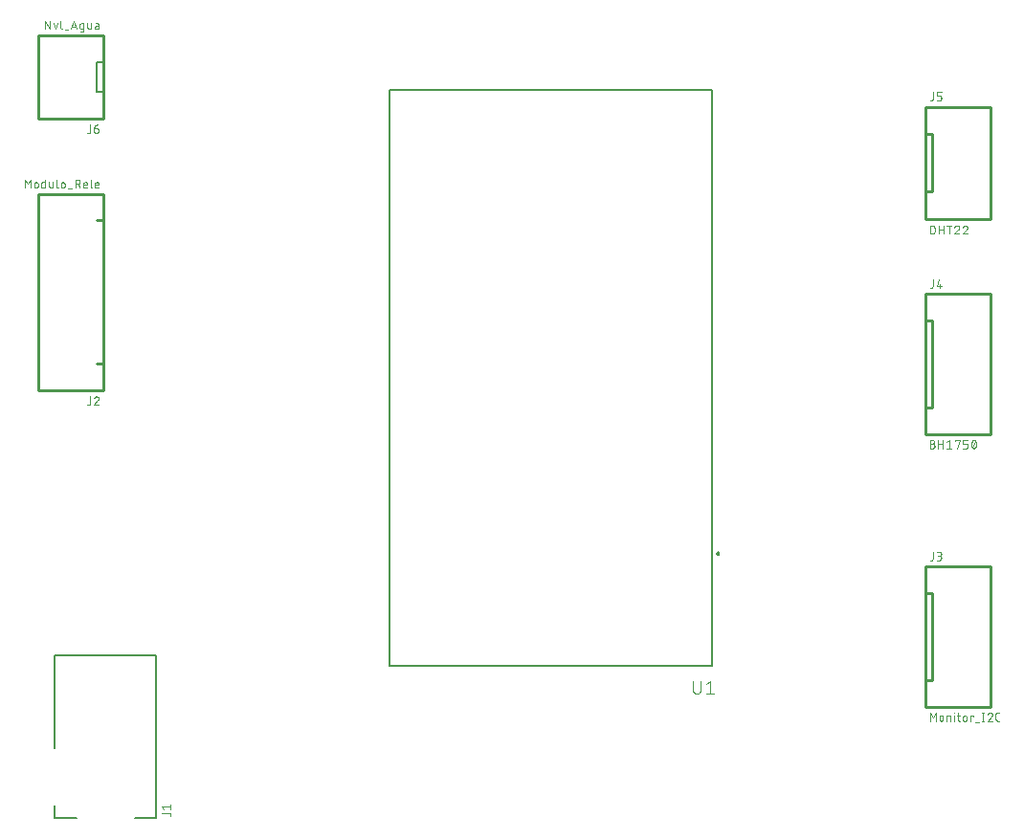
<source format=gbr>
G04 EAGLE Gerber RS-274X export*
G75*
%MOMM*%
%FSLAX34Y34*%
%LPD*%
%INSilkscreen Top*%
%IPPOS*%
%AMOC8*
5,1,8,0,0,1.08239X$1,22.5*%
G01*
%ADD10C,0.127000*%
%ADD11C,0.076200*%
%ADD12C,0.254000*%
%ADD13C,0.200000*%
%ADD14C,0.101600*%


D10*
X94700Y173600D02*
X184700Y173600D01*
X184700Y29600D01*
X94700Y29600D02*
X94700Y41100D01*
X166200Y29600D02*
X184700Y29600D01*
X94700Y92100D02*
X94700Y173600D01*
X94700Y29600D02*
X114200Y29600D01*
D11*
X190081Y34436D02*
X195810Y34436D01*
X195888Y34434D01*
X195966Y34429D01*
X196043Y34419D01*
X196120Y34406D01*
X196196Y34390D01*
X196271Y34370D01*
X196345Y34346D01*
X196418Y34319D01*
X196490Y34288D01*
X196560Y34254D01*
X196629Y34217D01*
X196695Y34176D01*
X196760Y34132D01*
X196822Y34086D01*
X196882Y34036D01*
X196940Y33984D01*
X196995Y33929D01*
X197047Y33871D01*
X197097Y33811D01*
X197143Y33749D01*
X197187Y33684D01*
X197228Y33618D01*
X197265Y33549D01*
X197299Y33479D01*
X197330Y33407D01*
X197357Y33334D01*
X197381Y33260D01*
X197401Y33185D01*
X197417Y33109D01*
X197430Y33032D01*
X197440Y32955D01*
X197445Y32877D01*
X197447Y32799D01*
X197447Y31981D01*
X191718Y37871D02*
X190081Y39917D01*
X197447Y39917D01*
X197447Y37871D02*
X197447Y41963D01*
D12*
X137875Y582300D02*
X80375Y582300D01*
X80375Y408300D01*
X137875Y408300D01*
X137875Y582300D01*
X137300Y432300D02*
X132300Y432300D01*
X132300Y559300D02*
X137300Y559300D01*
D11*
X126392Y402919D02*
X126392Y397190D01*
X126390Y397112D01*
X126385Y397034D01*
X126375Y396957D01*
X126362Y396880D01*
X126346Y396804D01*
X126326Y396729D01*
X126302Y396655D01*
X126275Y396582D01*
X126244Y396510D01*
X126210Y396440D01*
X126173Y396372D01*
X126132Y396305D01*
X126088Y396240D01*
X126042Y396178D01*
X125992Y396118D01*
X125940Y396060D01*
X125885Y396005D01*
X125827Y395953D01*
X125767Y395903D01*
X125705Y395857D01*
X125640Y395813D01*
X125574Y395772D01*
X125505Y395735D01*
X125435Y395701D01*
X125363Y395670D01*
X125290Y395643D01*
X125216Y395619D01*
X125141Y395599D01*
X125065Y395583D01*
X124988Y395570D01*
X124911Y395560D01*
X124833Y395555D01*
X124755Y395553D01*
X123937Y395553D01*
X132078Y402920D02*
X132163Y402918D01*
X132248Y402912D01*
X132332Y402902D01*
X132416Y402889D01*
X132500Y402871D01*
X132582Y402850D01*
X132663Y402825D01*
X132743Y402796D01*
X132822Y402763D01*
X132899Y402727D01*
X132974Y402687D01*
X133048Y402644D01*
X133119Y402598D01*
X133188Y402548D01*
X133255Y402495D01*
X133319Y402439D01*
X133380Y402380D01*
X133439Y402319D01*
X133495Y402255D01*
X133548Y402188D01*
X133598Y402119D01*
X133644Y402048D01*
X133687Y401974D01*
X133727Y401899D01*
X133763Y401822D01*
X133796Y401743D01*
X133825Y401663D01*
X133850Y401582D01*
X133871Y401500D01*
X133889Y401416D01*
X133902Y401332D01*
X133912Y401248D01*
X133918Y401163D01*
X133920Y401078D01*
X132078Y402919D02*
X131982Y402917D01*
X131886Y402911D01*
X131791Y402901D01*
X131696Y402888D01*
X131601Y402870D01*
X131508Y402849D01*
X131415Y402824D01*
X131324Y402795D01*
X131233Y402763D01*
X131144Y402727D01*
X131057Y402687D01*
X130971Y402644D01*
X130887Y402598D01*
X130805Y402548D01*
X130725Y402494D01*
X130648Y402438D01*
X130573Y402378D01*
X130500Y402316D01*
X130430Y402250D01*
X130362Y402182D01*
X130297Y402111D01*
X130236Y402038D01*
X130177Y401962D01*
X130121Y401883D01*
X130069Y401803D01*
X130020Y401720D01*
X129974Y401636D01*
X129932Y401550D01*
X129894Y401462D01*
X129859Y401373D01*
X129827Y401282D01*
X133305Y399646D02*
X133365Y399705D01*
X133422Y399767D01*
X133477Y399831D01*
X133528Y399898D01*
X133577Y399967D01*
X133623Y400037D01*
X133666Y400110D01*
X133706Y400184D01*
X133742Y400260D01*
X133775Y400338D01*
X133805Y400417D01*
X133832Y400497D01*
X133855Y400578D01*
X133874Y400660D01*
X133890Y400742D01*
X133903Y400826D01*
X133912Y400910D01*
X133917Y400994D01*
X133919Y401078D01*
X133305Y399645D02*
X129827Y395553D01*
X133919Y395553D01*
X68623Y587681D02*
X68623Y595047D01*
X71079Y590955D01*
X73534Y595047D01*
X73534Y587681D01*
X77001Y589318D02*
X77001Y590955D01*
X77003Y591034D01*
X77009Y591113D01*
X77018Y591192D01*
X77031Y591270D01*
X77049Y591347D01*
X77069Y591423D01*
X77094Y591498D01*
X77122Y591572D01*
X77153Y591645D01*
X77189Y591716D01*
X77227Y591785D01*
X77269Y591852D01*
X77314Y591917D01*
X77362Y591980D01*
X77413Y592041D01*
X77467Y592098D01*
X77523Y592154D01*
X77582Y592206D01*
X77644Y592256D01*
X77708Y592302D01*
X77774Y592346D01*
X77842Y592386D01*
X77912Y592422D01*
X77984Y592456D01*
X78058Y592486D01*
X78132Y592512D01*
X78208Y592535D01*
X78285Y592553D01*
X78362Y592569D01*
X78441Y592580D01*
X78519Y592588D01*
X78598Y592592D01*
X78678Y592592D01*
X78757Y592588D01*
X78835Y592580D01*
X78914Y592569D01*
X78991Y592553D01*
X79068Y592535D01*
X79144Y592512D01*
X79218Y592486D01*
X79292Y592456D01*
X79364Y592422D01*
X79434Y592386D01*
X79502Y592346D01*
X79568Y592302D01*
X79632Y592256D01*
X79694Y592206D01*
X79753Y592154D01*
X79809Y592098D01*
X79863Y592041D01*
X79914Y591980D01*
X79962Y591917D01*
X80007Y591852D01*
X80049Y591785D01*
X80087Y591716D01*
X80123Y591645D01*
X80154Y591572D01*
X80182Y591498D01*
X80207Y591423D01*
X80227Y591347D01*
X80245Y591270D01*
X80258Y591192D01*
X80267Y591113D01*
X80273Y591034D01*
X80275Y590955D01*
X80274Y590955D02*
X80274Y589318D01*
X80275Y589318D02*
X80273Y589239D01*
X80267Y589160D01*
X80258Y589081D01*
X80245Y589003D01*
X80227Y588926D01*
X80207Y588850D01*
X80182Y588775D01*
X80154Y588701D01*
X80123Y588628D01*
X80087Y588557D01*
X80049Y588488D01*
X80007Y588421D01*
X79962Y588356D01*
X79914Y588293D01*
X79863Y588232D01*
X79809Y588175D01*
X79753Y588119D01*
X79694Y588067D01*
X79632Y588017D01*
X79568Y587971D01*
X79502Y587927D01*
X79434Y587887D01*
X79364Y587851D01*
X79292Y587817D01*
X79218Y587787D01*
X79144Y587761D01*
X79068Y587738D01*
X78991Y587720D01*
X78914Y587704D01*
X78835Y587693D01*
X78757Y587685D01*
X78678Y587681D01*
X78598Y587681D01*
X78519Y587685D01*
X78441Y587693D01*
X78362Y587704D01*
X78285Y587720D01*
X78208Y587738D01*
X78132Y587761D01*
X78058Y587787D01*
X77984Y587817D01*
X77912Y587851D01*
X77842Y587887D01*
X77774Y587927D01*
X77708Y587971D01*
X77644Y588017D01*
X77582Y588067D01*
X77523Y588119D01*
X77467Y588175D01*
X77413Y588232D01*
X77362Y588293D01*
X77314Y588356D01*
X77269Y588421D01*
X77227Y588488D01*
X77189Y588557D01*
X77153Y588628D01*
X77122Y588701D01*
X77094Y588775D01*
X77069Y588850D01*
X77049Y588926D01*
X77031Y589003D01*
X77018Y589081D01*
X77009Y589160D01*
X77003Y589239D01*
X77001Y589318D01*
X86573Y587681D02*
X86573Y595047D01*
X86573Y587681D02*
X84527Y587681D01*
X84458Y587683D01*
X84390Y587689D01*
X84321Y587698D01*
X84254Y587712D01*
X84187Y587729D01*
X84121Y587750D01*
X84057Y587774D01*
X83994Y587803D01*
X83933Y587834D01*
X83874Y587869D01*
X83816Y587907D01*
X83761Y587949D01*
X83709Y587993D01*
X83659Y588041D01*
X83611Y588091D01*
X83567Y588143D01*
X83525Y588198D01*
X83487Y588256D01*
X83452Y588315D01*
X83421Y588376D01*
X83392Y588439D01*
X83368Y588503D01*
X83347Y588569D01*
X83330Y588636D01*
X83316Y588703D01*
X83307Y588772D01*
X83301Y588840D01*
X83299Y588909D01*
X83300Y588909D02*
X83300Y591364D01*
X83299Y591364D02*
X83301Y591433D01*
X83307Y591501D01*
X83316Y591570D01*
X83330Y591637D01*
X83347Y591704D01*
X83368Y591770D01*
X83392Y591834D01*
X83421Y591897D01*
X83452Y591958D01*
X83487Y592017D01*
X83525Y592075D01*
X83567Y592130D01*
X83611Y592182D01*
X83659Y592232D01*
X83709Y592280D01*
X83761Y592324D01*
X83816Y592366D01*
X83874Y592404D01*
X83933Y592439D01*
X83994Y592470D01*
X84057Y592499D01*
X84121Y592523D01*
X84187Y592544D01*
X84254Y592561D01*
X84321Y592575D01*
X84390Y592584D01*
X84458Y592590D01*
X84527Y592592D01*
X86573Y592592D01*
X90168Y592592D02*
X90168Y588909D01*
X90170Y588840D01*
X90176Y588772D01*
X90185Y588703D01*
X90199Y588636D01*
X90216Y588569D01*
X90237Y588503D01*
X90261Y588439D01*
X90290Y588376D01*
X90321Y588315D01*
X90356Y588256D01*
X90394Y588198D01*
X90436Y588143D01*
X90480Y588091D01*
X90528Y588041D01*
X90578Y587993D01*
X90630Y587949D01*
X90685Y587907D01*
X90743Y587869D01*
X90802Y587834D01*
X90863Y587803D01*
X90926Y587774D01*
X90990Y587750D01*
X91056Y587729D01*
X91123Y587712D01*
X91190Y587698D01*
X91259Y587689D01*
X91327Y587683D01*
X91396Y587681D01*
X93442Y587681D01*
X93442Y592592D01*
X96835Y595047D02*
X96835Y588909D01*
X96834Y588909D02*
X96836Y588840D01*
X96842Y588772D01*
X96851Y588703D01*
X96865Y588636D01*
X96882Y588569D01*
X96903Y588503D01*
X96927Y588439D01*
X96956Y588376D01*
X96987Y588315D01*
X97022Y588256D01*
X97060Y588198D01*
X97102Y588143D01*
X97146Y588091D01*
X97194Y588041D01*
X97244Y587993D01*
X97296Y587949D01*
X97351Y587907D01*
X97409Y587869D01*
X97468Y587834D01*
X97529Y587803D01*
X97592Y587774D01*
X97656Y587750D01*
X97722Y587729D01*
X97789Y587712D01*
X97856Y587698D01*
X97925Y587689D01*
X97993Y587683D01*
X98062Y587681D01*
X100653Y589318D02*
X100653Y590955D01*
X100655Y591034D01*
X100661Y591113D01*
X100670Y591192D01*
X100683Y591270D01*
X100701Y591347D01*
X100721Y591423D01*
X100746Y591498D01*
X100774Y591572D01*
X100805Y591645D01*
X100841Y591716D01*
X100879Y591785D01*
X100921Y591852D01*
X100966Y591917D01*
X101014Y591980D01*
X101065Y592041D01*
X101119Y592098D01*
X101175Y592154D01*
X101234Y592206D01*
X101296Y592256D01*
X101360Y592302D01*
X101426Y592346D01*
X101494Y592386D01*
X101564Y592422D01*
X101636Y592456D01*
X101710Y592486D01*
X101784Y592512D01*
X101860Y592535D01*
X101937Y592553D01*
X102014Y592569D01*
X102093Y592580D01*
X102171Y592588D01*
X102250Y592592D01*
X102330Y592592D01*
X102409Y592588D01*
X102487Y592580D01*
X102566Y592569D01*
X102643Y592553D01*
X102720Y592535D01*
X102796Y592512D01*
X102870Y592486D01*
X102944Y592456D01*
X103016Y592422D01*
X103086Y592386D01*
X103154Y592346D01*
X103220Y592302D01*
X103284Y592256D01*
X103346Y592206D01*
X103405Y592154D01*
X103461Y592098D01*
X103515Y592041D01*
X103566Y591980D01*
X103614Y591917D01*
X103659Y591852D01*
X103701Y591785D01*
X103739Y591716D01*
X103775Y591645D01*
X103806Y591572D01*
X103834Y591498D01*
X103859Y591423D01*
X103879Y591347D01*
X103897Y591270D01*
X103910Y591192D01*
X103919Y591113D01*
X103925Y591034D01*
X103927Y590955D01*
X103927Y589318D01*
X103925Y589239D01*
X103919Y589160D01*
X103910Y589081D01*
X103897Y589003D01*
X103879Y588926D01*
X103859Y588850D01*
X103834Y588775D01*
X103806Y588701D01*
X103775Y588628D01*
X103739Y588557D01*
X103701Y588488D01*
X103659Y588421D01*
X103614Y588356D01*
X103566Y588293D01*
X103515Y588232D01*
X103461Y588175D01*
X103405Y588119D01*
X103346Y588067D01*
X103284Y588017D01*
X103220Y587971D01*
X103154Y587927D01*
X103086Y587887D01*
X103016Y587851D01*
X102944Y587817D01*
X102870Y587787D01*
X102796Y587761D01*
X102720Y587738D01*
X102643Y587720D01*
X102566Y587704D01*
X102487Y587693D01*
X102409Y587685D01*
X102330Y587681D01*
X102250Y587681D01*
X102171Y587685D01*
X102093Y587693D01*
X102014Y587704D01*
X101937Y587720D01*
X101860Y587738D01*
X101784Y587761D01*
X101710Y587787D01*
X101636Y587817D01*
X101564Y587851D01*
X101494Y587887D01*
X101426Y587927D01*
X101360Y587971D01*
X101296Y588017D01*
X101234Y588067D01*
X101175Y588119D01*
X101119Y588175D01*
X101065Y588232D01*
X101014Y588293D01*
X100966Y588356D01*
X100921Y588421D01*
X100879Y588488D01*
X100841Y588557D01*
X100805Y588628D01*
X100774Y588701D01*
X100746Y588775D01*
X100721Y588850D01*
X100701Y588926D01*
X100683Y589003D01*
X100670Y589081D01*
X100661Y589160D01*
X100655Y589239D01*
X100653Y589318D01*
X106749Y586863D02*
X110023Y586863D01*
X113218Y587681D02*
X113218Y595047D01*
X115265Y595047D01*
X115354Y595045D01*
X115443Y595039D01*
X115532Y595029D01*
X115620Y595016D01*
X115708Y594999D01*
X115795Y594977D01*
X115880Y594952D01*
X115965Y594924D01*
X116048Y594891D01*
X116130Y594855D01*
X116210Y594816D01*
X116288Y594773D01*
X116364Y594727D01*
X116439Y594677D01*
X116511Y594624D01*
X116580Y594568D01*
X116647Y594509D01*
X116712Y594448D01*
X116773Y594383D01*
X116832Y594316D01*
X116888Y594247D01*
X116941Y594175D01*
X116991Y594100D01*
X117037Y594024D01*
X117080Y593946D01*
X117119Y593866D01*
X117155Y593784D01*
X117188Y593701D01*
X117216Y593616D01*
X117241Y593531D01*
X117263Y593444D01*
X117280Y593356D01*
X117293Y593268D01*
X117303Y593179D01*
X117309Y593090D01*
X117311Y593001D01*
X117309Y592912D01*
X117303Y592823D01*
X117293Y592734D01*
X117280Y592646D01*
X117263Y592558D01*
X117241Y592471D01*
X117216Y592386D01*
X117188Y592301D01*
X117155Y592218D01*
X117119Y592136D01*
X117080Y592056D01*
X117037Y591978D01*
X116991Y591902D01*
X116941Y591827D01*
X116888Y591755D01*
X116832Y591686D01*
X116773Y591619D01*
X116712Y591554D01*
X116647Y591493D01*
X116580Y591434D01*
X116511Y591378D01*
X116439Y591325D01*
X116364Y591275D01*
X116288Y591229D01*
X116210Y591186D01*
X116130Y591147D01*
X116048Y591111D01*
X115965Y591078D01*
X115880Y591050D01*
X115795Y591025D01*
X115708Y591003D01*
X115620Y590986D01*
X115532Y590973D01*
X115443Y590963D01*
X115354Y590957D01*
X115265Y590955D01*
X113218Y590955D01*
X115674Y590955D02*
X117311Y587681D01*
X121632Y587681D02*
X123678Y587681D01*
X121632Y587681D02*
X121563Y587683D01*
X121495Y587689D01*
X121426Y587698D01*
X121359Y587712D01*
X121292Y587729D01*
X121226Y587750D01*
X121162Y587774D01*
X121099Y587803D01*
X121038Y587834D01*
X120979Y587869D01*
X120921Y587907D01*
X120866Y587949D01*
X120814Y587993D01*
X120764Y588041D01*
X120716Y588091D01*
X120672Y588143D01*
X120630Y588198D01*
X120592Y588256D01*
X120557Y588315D01*
X120526Y588376D01*
X120497Y588439D01*
X120473Y588503D01*
X120452Y588569D01*
X120435Y588636D01*
X120421Y588703D01*
X120412Y588772D01*
X120406Y588840D01*
X120404Y588909D01*
X120404Y590955D01*
X120406Y591034D01*
X120412Y591113D01*
X120421Y591192D01*
X120434Y591270D01*
X120452Y591347D01*
X120472Y591423D01*
X120497Y591498D01*
X120525Y591572D01*
X120556Y591645D01*
X120592Y591716D01*
X120630Y591785D01*
X120672Y591852D01*
X120717Y591917D01*
X120765Y591980D01*
X120816Y592041D01*
X120870Y592098D01*
X120926Y592154D01*
X120985Y592206D01*
X121047Y592256D01*
X121111Y592302D01*
X121177Y592346D01*
X121245Y592386D01*
X121315Y592422D01*
X121387Y592456D01*
X121461Y592486D01*
X121535Y592512D01*
X121611Y592535D01*
X121688Y592553D01*
X121765Y592569D01*
X121844Y592580D01*
X121922Y592588D01*
X122001Y592592D01*
X122081Y592592D01*
X122160Y592588D01*
X122238Y592580D01*
X122317Y592569D01*
X122394Y592553D01*
X122471Y592535D01*
X122547Y592512D01*
X122621Y592486D01*
X122695Y592456D01*
X122767Y592422D01*
X122837Y592386D01*
X122905Y592346D01*
X122971Y592302D01*
X123035Y592256D01*
X123097Y592206D01*
X123156Y592154D01*
X123212Y592098D01*
X123266Y592041D01*
X123317Y591980D01*
X123365Y591917D01*
X123410Y591852D01*
X123452Y591785D01*
X123490Y591716D01*
X123526Y591645D01*
X123557Y591572D01*
X123585Y591498D01*
X123610Y591423D01*
X123630Y591347D01*
X123648Y591270D01*
X123661Y591192D01*
X123670Y591113D01*
X123676Y591034D01*
X123678Y590955D01*
X123678Y590136D01*
X120404Y590136D01*
X126827Y588909D02*
X126827Y595047D01*
X126827Y588909D02*
X126829Y588840D01*
X126835Y588772D01*
X126844Y588703D01*
X126858Y588636D01*
X126875Y588569D01*
X126896Y588503D01*
X126920Y588439D01*
X126949Y588376D01*
X126980Y588315D01*
X127015Y588256D01*
X127053Y588198D01*
X127095Y588143D01*
X127139Y588091D01*
X127187Y588041D01*
X127237Y587993D01*
X127289Y587949D01*
X127344Y587907D01*
X127402Y587869D01*
X127461Y587834D01*
X127522Y587803D01*
X127585Y587774D01*
X127649Y587750D01*
X127715Y587729D01*
X127782Y587712D01*
X127849Y587698D01*
X127918Y587689D01*
X127986Y587683D01*
X128055Y587681D01*
X131873Y587681D02*
X133919Y587681D01*
X131873Y587681D02*
X131804Y587683D01*
X131736Y587689D01*
X131667Y587698D01*
X131600Y587712D01*
X131533Y587729D01*
X131467Y587750D01*
X131403Y587774D01*
X131340Y587803D01*
X131279Y587834D01*
X131220Y587869D01*
X131162Y587907D01*
X131107Y587949D01*
X131055Y587993D01*
X131005Y588041D01*
X130957Y588091D01*
X130913Y588143D01*
X130871Y588198D01*
X130833Y588256D01*
X130798Y588315D01*
X130767Y588376D01*
X130738Y588439D01*
X130714Y588503D01*
X130693Y588569D01*
X130676Y588636D01*
X130662Y588703D01*
X130653Y588772D01*
X130647Y588840D01*
X130645Y588909D01*
X130645Y590955D01*
X130647Y591034D01*
X130653Y591113D01*
X130662Y591192D01*
X130675Y591270D01*
X130693Y591347D01*
X130713Y591423D01*
X130738Y591498D01*
X130766Y591572D01*
X130797Y591645D01*
X130833Y591716D01*
X130871Y591785D01*
X130913Y591852D01*
X130958Y591917D01*
X131006Y591980D01*
X131057Y592041D01*
X131111Y592098D01*
X131167Y592154D01*
X131226Y592206D01*
X131288Y592256D01*
X131352Y592302D01*
X131418Y592346D01*
X131486Y592386D01*
X131556Y592422D01*
X131628Y592456D01*
X131702Y592486D01*
X131776Y592512D01*
X131852Y592535D01*
X131929Y592553D01*
X132006Y592569D01*
X132085Y592580D01*
X132163Y592588D01*
X132242Y592592D01*
X132322Y592592D01*
X132401Y592588D01*
X132479Y592580D01*
X132558Y592569D01*
X132635Y592553D01*
X132712Y592535D01*
X132788Y592512D01*
X132862Y592486D01*
X132936Y592456D01*
X133008Y592422D01*
X133078Y592386D01*
X133146Y592346D01*
X133212Y592302D01*
X133276Y592256D01*
X133338Y592206D01*
X133397Y592154D01*
X133453Y592098D01*
X133507Y592041D01*
X133558Y591980D01*
X133606Y591917D01*
X133651Y591852D01*
X133693Y591785D01*
X133731Y591716D01*
X133767Y591645D01*
X133798Y591572D01*
X133826Y591498D01*
X133851Y591423D01*
X133871Y591347D01*
X133889Y591270D01*
X133902Y591192D01*
X133911Y591113D01*
X133917Y591034D01*
X133919Y590955D01*
X133919Y590136D01*
X130645Y590136D01*
D12*
X865425Y128500D02*
X922925Y128500D01*
X922925Y252500D01*
X865425Y252500D01*
X865425Y128500D01*
X866000Y228500D02*
X871000Y228500D01*
X871000Y151500D02*
X866000Y151500D01*
X871000Y151500D02*
X871000Y228500D01*
D11*
X871836Y259518D02*
X871836Y265247D01*
X871836Y259518D02*
X871834Y259440D01*
X871829Y259362D01*
X871819Y259285D01*
X871806Y259208D01*
X871790Y259132D01*
X871770Y259057D01*
X871746Y258983D01*
X871719Y258910D01*
X871688Y258838D01*
X871654Y258768D01*
X871617Y258700D01*
X871576Y258633D01*
X871532Y258568D01*
X871486Y258506D01*
X871436Y258446D01*
X871384Y258388D01*
X871329Y258333D01*
X871271Y258281D01*
X871211Y258231D01*
X871149Y258185D01*
X871084Y258141D01*
X871018Y258100D01*
X870949Y258063D01*
X870879Y258029D01*
X870807Y257998D01*
X870734Y257971D01*
X870660Y257947D01*
X870585Y257927D01*
X870509Y257911D01*
X870432Y257898D01*
X870355Y257888D01*
X870277Y257883D01*
X870199Y257881D01*
X869381Y257881D01*
X875271Y257881D02*
X877317Y257881D01*
X877406Y257883D01*
X877495Y257889D01*
X877584Y257899D01*
X877672Y257912D01*
X877760Y257929D01*
X877847Y257951D01*
X877932Y257976D01*
X878017Y258004D01*
X878100Y258037D01*
X878182Y258073D01*
X878262Y258112D01*
X878340Y258155D01*
X878416Y258201D01*
X878491Y258251D01*
X878563Y258304D01*
X878632Y258360D01*
X878699Y258419D01*
X878764Y258480D01*
X878825Y258545D01*
X878884Y258612D01*
X878940Y258681D01*
X878993Y258753D01*
X879043Y258828D01*
X879089Y258904D01*
X879132Y258982D01*
X879171Y259062D01*
X879207Y259144D01*
X879240Y259227D01*
X879268Y259312D01*
X879293Y259397D01*
X879315Y259484D01*
X879332Y259572D01*
X879345Y259660D01*
X879355Y259749D01*
X879361Y259838D01*
X879363Y259927D01*
X879361Y260016D01*
X879355Y260105D01*
X879345Y260194D01*
X879332Y260282D01*
X879315Y260370D01*
X879293Y260457D01*
X879268Y260542D01*
X879240Y260627D01*
X879207Y260710D01*
X879171Y260792D01*
X879132Y260872D01*
X879089Y260950D01*
X879043Y261026D01*
X878993Y261101D01*
X878940Y261173D01*
X878884Y261242D01*
X878825Y261309D01*
X878764Y261374D01*
X878699Y261435D01*
X878632Y261494D01*
X878563Y261550D01*
X878491Y261603D01*
X878416Y261653D01*
X878340Y261699D01*
X878262Y261742D01*
X878182Y261781D01*
X878100Y261817D01*
X878017Y261850D01*
X877932Y261878D01*
X877847Y261903D01*
X877760Y261925D01*
X877672Y261942D01*
X877584Y261955D01*
X877495Y261965D01*
X877406Y261971D01*
X877317Y261973D01*
X877726Y265247D02*
X875271Y265247D01*
X877726Y265247D02*
X877805Y265245D01*
X877884Y265239D01*
X877963Y265230D01*
X878041Y265217D01*
X878118Y265199D01*
X878194Y265179D01*
X878269Y265154D01*
X878343Y265126D01*
X878416Y265095D01*
X878487Y265059D01*
X878556Y265021D01*
X878623Y264979D01*
X878688Y264934D01*
X878751Y264886D01*
X878812Y264835D01*
X878869Y264781D01*
X878925Y264725D01*
X878977Y264666D01*
X879027Y264604D01*
X879073Y264540D01*
X879117Y264474D01*
X879157Y264406D01*
X879193Y264336D01*
X879227Y264264D01*
X879257Y264190D01*
X879283Y264116D01*
X879306Y264040D01*
X879324Y263963D01*
X879340Y263886D01*
X879351Y263807D01*
X879359Y263729D01*
X879363Y263650D01*
X879363Y263570D01*
X879359Y263491D01*
X879351Y263413D01*
X879340Y263334D01*
X879324Y263257D01*
X879306Y263180D01*
X879283Y263104D01*
X879257Y263030D01*
X879227Y262956D01*
X879193Y262884D01*
X879157Y262814D01*
X879117Y262746D01*
X879073Y262680D01*
X879027Y262616D01*
X878977Y262554D01*
X878925Y262495D01*
X878869Y262439D01*
X878812Y262385D01*
X878751Y262334D01*
X878688Y262286D01*
X878623Y262241D01*
X878556Y262199D01*
X878487Y262161D01*
X878416Y262125D01*
X878343Y262094D01*
X878269Y262066D01*
X878194Y262041D01*
X878118Y262021D01*
X878041Y262003D01*
X877963Y261990D01*
X877884Y261981D01*
X877805Y261975D01*
X877726Y261973D01*
X876089Y261973D01*
X869381Y123119D02*
X869381Y115753D01*
X871836Y119027D02*
X869381Y123119D01*
X871836Y119027D02*
X874292Y123119D01*
X874292Y115753D01*
X877758Y117390D02*
X877758Y119027D01*
X877760Y119106D01*
X877766Y119185D01*
X877775Y119264D01*
X877788Y119342D01*
X877806Y119419D01*
X877826Y119495D01*
X877851Y119570D01*
X877879Y119644D01*
X877910Y119717D01*
X877946Y119788D01*
X877984Y119857D01*
X878026Y119924D01*
X878071Y119989D01*
X878119Y120052D01*
X878170Y120113D01*
X878224Y120170D01*
X878280Y120226D01*
X878339Y120278D01*
X878401Y120328D01*
X878465Y120374D01*
X878531Y120418D01*
X878599Y120458D01*
X878669Y120494D01*
X878741Y120528D01*
X878815Y120558D01*
X878889Y120584D01*
X878965Y120607D01*
X879042Y120625D01*
X879119Y120641D01*
X879198Y120652D01*
X879276Y120660D01*
X879355Y120664D01*
X879435Y120664D01*
X879514Y120660D01*
X879592Y120652D01*
X879671Y120641D01*
X879748Y120625D01*
X879825Y120607D01*
X879901Y120584D01*
X879975Y120558D01*
X880049Y120528D01*
X880121Y120494D01*
X880191Y120458D01*
X880259Y120418D01*
X880325Y120374D01*
X880389Y120328D01*
X880451Y120278D01*
X880510Y120226D01*
X880566Y120170D01*
X880620Y120113D01*
X880671Y120052D01*
X880719Y119989D01*
X880764Y119924D01*
X880806Y119857D01*
X880844Y119788D01*
X880880Y119717D01*
X880911Y119644D01*
X880939Y119570D01*
X880964Y119495D01*
X880984Y119419D01*
X881002Y119342D01*
X881015Y119264D01*
X881024Y119185D01*
X881030Y119106D01*
X881032Y119027D01*
X881032Y117390D01*
X881030Y117311D01*
X881024Y117232D01*
X881015Y117153D01*
X881002Y117075D01*
X880984Y116998D01*
X880964Y116922D01*
X880939Y116847D01*
X880911Y116773D01*
X880880Y116700D01*
X880844Y116629D01*
X880806Y116560D01*
X880764Y116493D01*
X880719Y116428D01*
X880671Y116365D01*
X880620Y116304D01*
X880566Y116247D01*
X880510Y116191D01*
X880451Y116139D01*
X880389Y116089D01*
X880325Y116043D01*
X880259Y115999D01*
X880191Y115959D01*
X880121Y115923D01*
X880049Y115889D01*
X879975Y115859D01*
X879901Y115833D01*
X879825Y115810D01*
X879748Y115792D01*
X879671Y115776D01*
X879592Y115765D01*
X879514Y115757D01*
X879435Y115753D01*
X879355Y115753D01*
X879276Y115757D01*
X879198Y115765D01*
X879119Y115776D01*
X879042Y115792D01*
X878965Y115810D01*
X878889Y115833D01*
X878815Y115859D01*
X878741Y115889D01*
X878669Y115923D01*
X878599Y115959D01*
X878531Y115999D01*
X878465Y116043D01*
X878401Y116089D01*
X878339Y116139D01*
X878280Y116191D01*
X878224Y116247D01*
X878170Y116304D01*
X878119Y116365D01*
X878071Y116428D01*
X878026Y116493D01*
X877984Y116560D01*
X877946Y116629D01*
X877910Y116700D01*
X877879Y116773D01*
X877851Y116847D01*
X877826Y116922D01*
X877806Y116998D01*
X877788Y117075D01*
X877775Y117153D01*
X877766Y117232D01*
X877760Y117311D01*
X877758Y117390D01*
X884342Y115753D02*
X884342Y120664D01*
X886388Y120664D01*
X886457Y120662D01*
X886525Y120656D01*
X886594Y120647D01*
X886661Y120633D01*
X886728Y120616D01*
X886794Y120595D01*
X886858Y120571D01*
X886921Y120542D01*
X886982Y120511D01*
X887041Y120476D01*
X887099Y120438D01*
X887154Y120396D01*
X887206Y120352D01*
X887256Y120304D01*
X887304Y120254D01*
X887348Y120202D01*
X887390Y120147D01*
X887428Y120089D01*
X887463Y120030D01*
X887494Y119969D01*
X887523Y119906D01*
X887547Y119842D01*
X887568Y119776D01*
X887585Y119709D01*
X887599Y119642D01*
X887608Y119573D01*
X887614Y119505D01*
X887616Y119436D01*
X887616Y115753D01*
X890856Y115753D02*
X890856Y120664D01*
X890651Y122710D02*
X890651Y123119D01*
X891060Y123119D01*
X891060Y122710D01*
X890651Y122710D01*
X893221Y120664D02*
X895677Y120664D01*
X894040Y123119D02*
X894040Y116981D01*
X894042Y116912D01*
X894048Y116844D01*
X894057Y116775D01*
X894071Y116708D01*
X894088Y116641D01*
X894109Y116575D01*
X894133Y116511D01*
X894162Y116448D01*
X894193Y116387D01*
X894228Y116328D01*
X894266Y116270D01*
X894308Y116215D01*
X894352Y116163D01*
X894400Y116113D01*
X894450Y116065D01*
X894502Y116021D01*
X894557Y115979D01*
X894615Y115941D01*
X894674Y115906D01*
X894735Y115875D01*
X894798Y115846D01*
X894862Y115822D01*
X894928Y115801D01*
X894995Y115784D01*
X895062Y115770D01*
X895131Y115761D01*
X895199Y115755D01*
X895268Y115753D01*
X895677Y115753D01*
X898485Y117390D02*
X898485Y119027D01*
X898487Y119106D01*
X898493Y119185D01*
X898502Y119264D01*
X898515Y119342D01*
X898533Y119419D01*
X898553Y119495D01*
X898578Y119570D01*
X898606Y119644D01*
X898637Y119717D01*
X898673Y119788D01*
X898711Y119857D01*
X898753Y119924D01*
X898798Y119989D01*
X898846Y120052D01*
X898897Y120113D01*
X898951Y120170D01*
X899007Y120226D01*
X899066Y120278D01*
X899128Y120328D01*
X899192Y120374D01*
X899258Y120418D01*
X899326Y120458D01*
X899396Y120494D01*
X899468Y120528D01*
X899542Y120558D01*
X899616Y120584D01*
X899692Y120607D01*
X899769Y120625D01*
X899846Y120641D01*
X899925Y120652D01*
X900003Y120660D01*
X900082Y120664D01*
X900162Y120664D01*
X900241Y120660D01*
X900319Y120652D01*
X900398Y120641D01*
X900475Y120625D01*
X900552Y120607D01*
X900628Y120584D01*
X900702Y120558D01*
X900776Y120528D01*
X900848Y120494D01*
X900918Y120458D01*
X900986Y120418D01*
X901052Y120374D01*
X901116Y120328D01*
X901178Y120278D01*
X901237Y120226D01*
X901293Y120170D01*
X901347Y120113D01*
X901398Y120052D01*
X901446Y119989D01*
X901491Y119924D01*
X901533Y119857D01*
X901571Y119788D01*
X901607Y119717D01*
X901638Y119644D01*
X901666Y119570D01*
X901691Y119495D01*
X901711Y119419D01*
X901729Y119342D01*
X901742Y119264D01*
X901751Y119185D01*
X901757Y119106D01*
X901759Y119027D01*
X901758Y119027D02*
X901758Y117390D01*
X901759Y117390D02*
X901757Y117311D01*
X901751Y117232D01*
X901742Y117153D01*
X901729Y117075D01*
X901711Y116998D01*
X901691Y116922D01*
X901666Y116847D01*
X901638Y116773D01*
X901607Y116700D01*
X901571Y116629D01*
X901533Y116560D01*
X901491Y116493D01*
X901446Y116428D01*
X901398Y116365D01*
X901347Y116304D01*
X901293Y116247D01*
X901237Y116191D01*
X901178Y116139D01*
X901116Y116089D01*
X901052Y116043D01*
X900986Y115999D01*
X900918Y115959D01*
X900848Y115923D01*
X900776Y115889D01*
X900702Y115859D01*
X900628Y115833D01*
X900552Y115810D01*
X900475Y115792D01*
X900398Y115776D01*
X900319Y115765D01*
X900241Y115757D01*
X900162Y115753D01*
X900082Y115753D01*
X900003Y115757D01*
X899925Y115765D01*
X899846Y115776D01*
X899769Y115792D01*
X899692Y115810D01*
X899616Y115833D01*
X899542Y115859D01*
X899468Y115889D01*
X899396Y115923D01*
X899326Y115959D01*
X899258Y115999D01*
X899192Y116043D01*
X899128Y116089D01*
X899066Y116139D01*
X899007Y116191D01*
X898951Y116247D01*
X898897Y116304D01*
X898846Y116365D01*
X898798Y116428D01*
X898753Y116493D01*
X898711Y116560D01*
X898673Y116629D01*
X898637Y116700D01*
X898606Y116773D01*
X898578Y116847D01*
X898553Y116922D01*
X898533Y116998D01*
X898515Y117075D01*
X898502Y117153D01*
X898493Y117232D01*
X898487Y117311D01*
X898485Y117390D01*
X905115Y115753D02*
X905115Y120664D01*
X907570Y120664D01*
X907570Y119845D01*
X909701Y114935D02*
X912975Y114935D01*
X916459Y115753D02*
X916459Y123119D01*
X915640Y115753D02*
X917277Y115753D01*
X917277Y123119D02*
X915640Y123119D01*
X922516Y123120D02*
X922601Y123118D01*
X922686Y123112D01*
X922770Y123102D01*
X922854Y123089D01*
X922938Y123071D01*
X923020Y123050D01*
X923101Y123025D01*
X923181Y122996D01*
X923260Y122963D01*
X923337Y122927D01*
X923412Y122887D01*
X923486Y122844D01*
X923557Y122798D01*
X923626Y122748D01*
X923693Y122695D01*
X923757Y122639D01*
X923818Y122580D01*
X923877Y122519D01*
X923933Y122455D01*
X923986Y122388D01*
X924036Y122319D01*
X924082Y122248D01*
X924125Y122174D01*
X924165Y122099D01*
X924201Y122022D01*
X924234Y121943D01*
X924263Y121863D01*
X924288Y121782D01*
X924309Y121700D01*
X924327Y121616D01*
X924340Y121532D01*
X924350Y121448D01*
X924356Y121363D01*
X924358Y121278D01*
X922516Y123119D02*
X922420Y123117D01*
X922324Y123111D01*
X922229Y123101D01*
X922134Y123088D01*
X922039Y123070D01*
X921946Y123049D01*
X921853Y123024D01*
X921762Y122995D01*
X921671Y122963D01*
X921582Y122927D01*
X921495Y122887D01*
X921409Y122844D01*
X921325Y122798D01*
X921243Y122748D01*
X921163Y122694D01*
X921086Y122638D01*
X921011Y122578D01*
X920938Y122516D01*
X920868Y122450D01*
X920800Y122382D01*
X920735Y122311D01*
X920674Y122238D01*
X920615Y122162D01*
X920559Y122083D01*
X920507Y122003D01*
X920458Y121920D01*
X920412Y121836D01*
X920370Y121750D01*
X920332Y121662D01*
X920297Y121573D01*
X920265Y121482D01*
X923743Y119846D02*
X923803Y119905D01*
X923860Y119967D01*
X923915Y120031D01*
X923966Y120098D01*
X924015Y120167D01*
X924061Y120237D01*
X924104Y120310D01*
X924144Y120384D01*
X924180Y120460D01*
X924213Y120538D01*
X924243Y120617D01*
X924270Y120697D01*
X924293Y120778D01*
X924312Y120860D01*
X924328Y120942D01*
X924341Y121026D01*
X924350Y121110D01*
X924355Y121194D01*
X924357Y121278D01*
X923743Y119845D02*
X920265Y115753D01*
X924357Y115753D01*
X929194Y115753D02*
X930831Y115753D01*
X929194Y115753D02*
X929116Y115755D01*
X929038Y115760D01*
X928961Y115770D01*
X928884Y115783D01*
X928808Y115799D01*
X928733Y115819D01*
X928659Y115843D01*
X928586Y115870D01*
X928514Y115901D01*
X928444Y115935D01*
X928376Y115972D01*
X928309Y116013D01*
X928244Y116057D01*
X928182Y116103D01*
X928122Y116153D01*
X928064Y116205D01*
X928009Y116260D01*
X927957Y116318D01*
X927907Y116378D01*
X927861Y116440D01*
X927817Y116505D01*
X927776Y116572D01*
X927739Y116640D01*
X927705Y116710D01*
X927674Y116782D01*
X927647Y116855D01*
X927623Y116929D01*
X927603Y117004D01*
X927587Y117080D01*
X927574Y117157D01*
X927564Y117234D01*
X927559Y117312D01*
X927557Y117390D01*
X927557Y121482D01*
X927559Y121562D01*
X927565Y121642D01*
X927575Y121722D01*
X927588Y121801D01*
X927606Y121880D01*
X927627Y121957D01*
X927653Y122033D01*
X927682Y122108D01*
X927714Y122182D01*
X927750Y122254D01*
X927790Y122324D01*
X927833Y122391D01*
X927879Y122457D01*
X927929Y122520D01*
X927981Y122581D01*
X928036Y122640D01*
X928095Y122695D01*
X928155Y122747D01*
X928219Y122797D01*
X928285Y122843D01*
X928352Y122886D01*
X928422Y122926D01*
X928494Y122962D01*
X928568Y122994D01*
X928642Y123023D01*
X928719Y123049D01*
X928796Y123070D01*
X928875Y123088D01*
X928954Y123101D01*
X929034Y123111D01*
X929114Y123117D01*
X929194Y123119D01*
X930831Y123119D01*
D12*
X922925Y369800D02*
X865425Y369800D01*
X922925Y369800D02*
X922925Y493800D01*
X865425Y493800D01*
X865425Y369800D01*
X866000Y469800D02*
X871000Y469800D01*
X871000Y392800D02*
X866000Y392800D01*
X871000Y392800D02*
X871000Y469800D01*
D11*
X871836Y500818D02*
X871836Y506547D01*
X871836Y500818D02*
X871834Y500740D01*
X871829Y500662D01*
X871819Y500585D01*
X871806Y500508D01*
X871790Y500432D01*
X871770Y500357D01*
X871746Y500283D01*
X871719Y500210D01*
X871688Y500138D01*
X871654Y500068D01*
X871617Y500000D01*
X871576Y499933D01*
X871532Y499868D01*
X871486Y499806D01*
X871436Y499746D01*
X871384Y499688D01*
X871329Y499633D01*
X871271Y499581D01*
X871211Y499531D01*
X871149Y499485D01*
X871084Y499441D01*
X871018Y499400D01*
X870949Y499363D01*
X870879Y499329D01*
X870807Y499298D01*
X870734Y499271D01*
X870660Y499247D01*
X870585Y499227D01*
X870509Y499211D01*
X870432Y499198D01*
X870355Y499188D01*
X870277Y499183D01*
X870199Y499181D01*
X869381Y499181D01*
X875271Y500818D02*
X876908Y506547D01*
X875271Y500818D02*
X879363Y500818D01*
X878135Y502455D02*
X878135Y499181D01*
X871427Y361145D02*
X869381Y361145D01*
X871427Y361145D02*
X871516Y361143D01*
X871605Y361137D01*
X871694Y361127D01*
X871782Y361114D01*
X871870Y361097D01*
X871957Y361075D01*
X872042Y361050D01*
X872127Y361022D01*
X872210Y360989D01*
X872292Y360953D01*
X872372Y360914D01*
X872450Y360871D01*
X872526Y360825D01*
X872601Y360775D01*
X872673Y360722D01*
X872742Y360666D01*
X872809Y360607D01*
X872874Y360546D01*
X872935Y360481D01*
X872994Y360414D01*
X873050Y360345D01*
X873103Y360273D01*
X873153Y360198D01*
X873199Y360122D01*
X873242Y360044D01*
X873281Y359964D01*
X873317Y359882D01*
X873350Y359799D01*
X873378Y359714D01*
X873403Y359629D01*
X873425Y359542D01*
X873442Y359454D01*
X873455Y359366D01*
X873465Y359277D01*
X873471Y359188D01*
X873473Y359099D01*
X873471Y359010D01*
X873465Y358921D01*
X873455Y358832D01*
X873442Y358744D01*
X873425Y358656D01*
X873403Y358569D01*
X873378Y358484D01*
X873350Y358399D01*
X873317Y358316D01*
X873281Y358234D01*
X873242Y358154D01*
X873199Y358076D01*
X873153Y358000D01*
X873103Y357925D01*
X873050Y357853D01*
X872994Y357784D01*
X872935Y357717D01*
X872874Y357652D01*
X872809Y357591D01*
X872742Y357532D01*
X872673Y357476D01*
X872601Y357423D01*
X872526Y357373D01*
X872450Y357327D01*
X872372Y357284D01*
X872292Y357245D01*
X872210Y357209D01*
X872127Y357176D01*
X872042Y357148D01*
X871957Y357123D01*
X871870Y357101D01*
X871782Y357084D01*
X871694Y357071D01*
X871605Y357061D01*
X871516Y357055D01*
X871427Y357053D01*
X869381Y357053D01*
X869381Y364419D01*
X871427Y364419D01*
X871506Y364417D01*
X871585Y364411D01*
X871664Y364402D01*
X871742Y364389D01*
X871819Y364371D01*
X871895Y364351D01*
X871970Y364326D01*
X872044Y364298D01*
X872117Y364267D01*
X872188Y364231D01*
X872257Y364193D01*
X872324Y364151D01*
X872389Y364106D01*
X872452Y364058D01*
X872513Y364007D01*
X872570Y363953D01*
X872626Y363897D01*
X872678Y363838D01*
X872728Y363776D01*
X872774Y363712D01*
X872818Y363646D01*
X872858Y363578D01*
X872894Y363508D01*
X872928Y363436D01*
X872958Y363362D01*
X872984Y363288D01*
X873007Y363212D01*
X873025Y363135D01*
X873041Y363058D01*
X873052Y362979D01*
X873060Y362901D01*
X873064Y362822D01*
X873064Y362742D01*
X873060Y362663D01*
X873052Y362585D01*
X873041Y362506D01*
X873025Y362429D01*
X873007Y362352D01*
X872984Y362276D01*
X872958Y362202D01*
X872928Y362128D01*
X872894Y362056D01*
X872858Y361986D01*
X872818Y361918D01*
X872774Y361852D01*
X872728Y361788D01*
X872678Y361726D01*
X872626Y361667D01*
X872570Y361611D01*
X872513Y361557D01*
X872452Y361506D01*
X872389Y361458D01*
X872324Y361413D01*
X872257Y361371D01*
X872188Y361333D01*
X872117Y361297D01*
X872044Y361266D01*
X871970Y361238D01*
X871895Y361213D01*
X871819Y361193D01*
X871742Y361175D01*
X871664Y361162D01*
X871585Y361153D01*
X871506Y361147D01*
X871427Y361145D01*
X876579Y364419D02*
X876579Y357053D01*
X876579Y361145D02*
X880671Y361145D01*
X880671Y364419D02*
X880671Y357053D01*
X884138Y362782D02*
X886184Y364419D01*
X886184Y357053D01*
X884138Y357053D02*
X888230Y357053D01*
X891453Y363601D02*
X891453Y364419D01*
X895545Y364419D01*
X893499Y357053D01*
X898768Y357053D02*
X901223Y357053D01*
X901301Y357055D01*
X901379Y357060D01*
X901456Y357070D01*
X901533Y357083D01*
X901609Y357099D01*
X901684Y357119D01*
X901758Y357143D01*
X901831Y357170D01*
X901903Y357201D01*
X901973Y357235D01*
X902042Y357272D01*
X902108Y357313D01*
X902173Y357357D01*
X902235Y357403D01*
X902295Y357453D01*
X902353Y357505D01*
X902408Y357560D01*
X902460Y357618D01*
X902510Y357678D01*
X902556Y357740D01*
X902600Y357805D01*
X902641Y357872D01*
X902678Y357940D01*
X902712Y358010D01*
X902743Y358082D01*
X902770Y358155D01*
X902794Y358229D01*
X902814Y358304D01*
X902830Y358380D01*
X902843Y358457D01*
X902853Y358534D01*
X902858Y358612D01*
X902860Y358690D01*
X902860Y359508D01*
X902858Y359586D01*
X902853Y359664D01*
X902843Y359741D01*
X902830Y359818D01*
X902814Y359894D01*
X902794Y359969D01*
X902770Y360043D01*
X902743Y360116D01*
X902712Y360188D01*
X902678Y360258D01*
X902641Y360327D01*
X902600Y360393D01*
X902556Y360458D01*
X902510Y360520D01*
X902460Y360580D01*
X902408Y360638D01*
X902353Y360693D01*
X902295Y360745D01*
X902235Y360795D01*
X902173Y360841D01*
X902108Y360885D01*
X902042Y360926D01*
X901973Y360963D01*
X901903Y360997D01*
X901831Y361028D01*
X901758Y361055D01*
X901684Y361079D01*
X901609Y361099D01*
X901533Y361115D01*
X901456Y361128D01*
X901379Y361138D01*
X901301Y361143D01*
X901223Y361145D01*
X898768Y361145D01*
X898768Y364419D01*
X902860Y364419D01*
X906697Y363396D02*
X906631Y363257D01*
X906570Y363118D01*
X906511Y362976D01*
X906457Y362833D01*
X906406Y362689D01*
X906358Y362544D01*
X906315Y362397D01*
X906275Y362249D01*
X906238Y362101D01*
X906206Y361951D01*
X906177Y361801D01*
X906152Y361650D01*
X906131Y361499D01*
X906114Y361347D01*
X906100Y361194D01*
X906091Y361042D01*
X906085Y360889D01*
X906083Y360736D01*
X906697Y363396D02*
X906723Y363466D01*
X906753Y363536D01*
X906786Y363603D01*
X906822Y363669D01*
X906861Y363733D01*
X906904Y363795D01*
X906950Y363854D01*
X906998Y363912D01*
X907049Y363966D01*
X907103Y364019D01*
X907160Y364068D01*
X907219Y364115D01*
X907280Y364158D01*
X907343Y364199D01*
X907408Y364236D01*
X907475Y364271D01*
X907544Y364301D01*
X907614Y364329D01*
X907685Y364352D01*
X907757Y364373D01*
X907830Y364389D01*
X907904Y364402D01*
X907979Y364412D01*
X908054Y364417D01*
X908129Y364419D01*
X908204Y364417D01*
X908279Y364412D01*
X908354Y364402D01*
X908428Y364389D01*
X908501Y364373D01*
X908573Y364352D01*
X908644Y364329D01*
X908714Y364301D01*
X908783Y364271D01*
X908850Y364236D01*
X908915Y364199D01*
X908978Y364158D01*
X909039Y364115D01*
X909098Y364068D01*
X909155Y364019D01*
X909209Y363966D01*
X909260Y363912D01*
X909309Y363854D01*
X909354Y363795D01*
X909397Y363733D01*
X909436Y363669D01*
X909473Y363603D01*
X909505Y363535D01*
X909535Y363466D01*
X909561Y363396D01*
X909626Y363258D01*
X909688Y363118D01*
X909746Y362976D01*
X909801Y362833D01*
X909852Y362689D01*
X909900Y362544D01*
X909943Y362397D01*
X909983Y362250D01*
X910020Y362101D01*
X910052Y361951D01*
X910081Y361801D01*
X910106Y361650D01*
X910127Y361499D01*
X910144Y361347D01*
X910158Y361194D01*
X910167Y361042D01*
X910173Y360889D01*
X910175Y360736D01*
X906083Y360736D02*
X906085Y360583D01*
X906091Y360430D01*
X906100Y360277D01*
X906114Y360125D01*
X906131Y359973D01*
X906152Y359822D01*
X906177Y359671D01*
X906206Y359520D01*
X906238Y359371D01*
X906275Y359222D01*
X906315Y359075D01*
X906358Y358928D01*
X906406Y358783D01*
X906457Y358638D01*
X906512Y358496D01*
X906570Y358354D01*
X906632Y358214D01*
X906697Y358076D01*
X906723Y358005D01*
X906753Y357936D01*
X906786Y357869D01*
X906822Y357803D01*
X906861Y357739D01*
X906904Y357677D01*
X906950Y357618D01*
X906998Y357560D01*
X907049Y357506D01*
X907103Y357453D01*
X907160Y357404D01*
X907219Y357357D01*
X907280Y357314D01*
X907343Y357273D01*
X907408Y357236D01*
X907475Y357201D01*
X907544Y357171D01*
X907614Y357143D01*
X907685Y357120D01*
X907757Y357099D01*
X907830Y357083D01*
X907904Y357070D01*
X907979Y357060D01*
X908054Y357055D01*
X908129Y357053D01*
X909561Y358076D02*
X909626Y358214D01*
X909688Y358354D01*
X909746Y358496D01*
X909801Y358639D01*
X909852Y358783D01*
X909900Y358928D01*
X909943Y359075D01*
X909983Y359223D01*
X910020Y359371D01*
X910052Y359521D01*
X910081Y359671D01*
X910106Y359822D01*
X910127Y359973D01*
X910144Y360125D01*
X910158Y360278D01*
X910167Y360430D01*
X910173Y360583D01*
X910175Y360736D01*
X909561Y358076D02*
X909535Y358006D01*
X909505Y357936D01*
X909473Y357869D01*
X909436Y357803D01*
X909397Y357739D01*
X909354Y357677D01*
X909308Y357618D01*
X909260Y357560D01*
X909209Y357506D01*
X909155Y357453D01*
X909098Y357404D01*
X909039Y357357D01*
X908978Y357314D01*
X908915Y357273D01*
X908850Y357236D01*
X908783Y357201D01*
X908714Y357171D01*
X908644Y357143D01*
X908573Y357120D01*
X908501Y357099D01*
X908428Y357083D01*
X908354Y357070D01*
X908279Y357060D01*
X908204Y357055D01*
X908129Y357053D01*
X906492Y358690D02*
X909766Y362782D01*
D12*
X922925Y560100D02*
X865425Y560100D01*
X922925Y560100D02*
X922925Y659100D01*
X865425Y659100D01*
X865425Y560100D01*
X866000Y635600D02*
X871000Y635600D01*
X871000Y584600D02*
X866000Y584600D01*
X871000Y584600D02*
X871000Y635600D01*
D11*
X871836Y666618D02*
X871836Y672347D01*
X871836Y666618D02*
X871834Y666540D01*
X871829Y666462D01*
X871819Y666385D01*
X871806Y666308D01*
X871790Y666232D01*
X871770Y666157D01*
X871746Y666083D01*
X871719Y666010D01*
X871688Y665938D01*
X871654Y665868D01*
X871617Y665800D01*
X871576Y665733D01*
X871532Y665668D01*
X871486Y665606D01*
X871436Y665546D01*
X871384Y665488D01*
X871329Y665433D01*
X871271Y665381D01*
X871211Y665331D01*
X871149Y665285D01*
X871084Y665241D01*
X871018Y665200D01*
X870949Y665163D01*
X870879Y665129D01*
X870807Y665098D01*
X870734Y665071D01*
X870660Y665047D01*
X870585Y665027D01*
X870509Y665011D01*
X870432Y664998D01*
X870355Y664988D01*
X870277Y664983D01*
X870199Y664981D01*
X869381Y664981D01*
X875271Y664981D02*
X877726Y664981D01*
X877804Y664983D01*
X877882Y664988D01*
X877959Y664998D01*
X878036Y665011D01*
X878112Y665027D01*
X878187Y665047D01*
X878261Y665071D01*
X878334Y665098D01*
X878406Y665129D01*
X878476Y665163D01*
X878545Y665200D01*
X878611Y665241D01*
X878676Y665285D01*
X878738Y665331D01*
X878798Y665381D01*
X878856Y665433D01*
X878911Y665488D01*
X878963Y665546D01*
X879013Y665606D01*
X879059Y665668D01*
X879103Y665733D01*
X879144Y665800D01*
X879181Y665868D01*
X879215Y665938D01*
X879246Y666010D01*
X879273Y666083D01*
X879297Y666157D01*
X879317Y666232D01*
X879333Y666308D01*
X879346Y666385D01*
X879356Y666462D01*
X879361Y666540D01*
X879363Y666618D01*
X879363Y667436D01*
X879361Y667514D01*
X879356Y667592D01*
X879346Y667669D01*
X879333Y667746D01*
X879317Y667822D01*
X879297Y667897D01*
X879273Y667971D01*
X879246Y668044D01*
X879215Y668116D01*
X879181Y668186D01*
X879144Y668255D01*
X879103Y668321D01*
X879059Y668386D01*
X879013Y668448D01*
X878963Y668508D01*
X878911Y668566D01*
X878856Y668621D01*
X878798Y668673D01*
X878738Y668723D01*
X878676Y668769D01*
X878611Y668813D01*
X878545Y668854D01*
X878476Y668891D01*
X878406Y668925D01*
X878334Y668956D01*
X878261Y668983D01*
X878187Y669007D01*
X878112Y669027D01*
X878036Y669043D01*
X877959Y669056D01*
X877882Y669066D01*
X877804Y669071D01*
X877726Y669073D01*
X875271Y669073D01*
X875271Y672347D01*
X879363Y672347D01*
X869381Y554219D02*
X869381Y546853D01*
X869381Y554219D02*
X871427Y554219D01*
X871516Y554217D01*
X871605Y554211D01*
X871694Y554201D01*
X871782Y554188D01*
X871870Y554171D01*
X871957Y554149D01*
X872042Y554124D01*
X872127Y554096D01*
X872210Y554063D01*
X872292Y554027D01*
X872372Y553988D01*
X872450Y553945D01*
X872526Y553899D01*
X872601Y553849D01*
X872673Y553796D01*
X872742Y553740D01*
X872809Y553681D01*
X872874Y553620D01*
X872935Y553555D01*
X872994Y553488D01*
X873050Y553419D01*
X873103Y553347D01*
X873153Y553272D01*
X873199Y553196D01*
X873242Y553118D01*
X873281Y553038D01*
X873317Y552956D01*
X873350Y552873D01*
X873378Y552788D01*
X873403Y552703D01*
X873425Y552616D01*
X873442Y552528D01*
X873455Y552440D01*
X873465Y552351D01*
X873471Y552262D01*
X873473Y552173D01*
X873473Y548899D01*
X873471Y548810D01*
X873465Y548721D01*
X873455Y548632D01*
X873442Y548544D01*
X873425Y548456D01*
X873403Y548369D01*
X873378Y548284D01*
X873350Y548199D01*
X873317Y548116D01*
X873281Y548034D01*
X873242Y547954D01*
X873199Y547876D01*
X873153Y547800D01*
X873103Y547725D01*
X873050Y547653D01*
X872994Y547584D01*
X872935Y547517D01*
X872874Y547452D01*
X872809Y547391D01*
X872742Y547332D01*
X872673Y547276D01*
X872601Y547223D01*
X872526Y547173D01*
X872450Y547127D01*
X872372Y547084D01*
X872292Y547045D01*
X872210Y547009D01*
X872127Y546976D01*
X872042Y546948D01*
X871957Y546923D01*
X871870Y546901D01*
X871782Y546884D01*
X871694Y546871D01*
X871605Y546861D01*
X871516Y546855D01*
X871427Y546853D01*
X869381Y546853D01*
X877184Y546853D02*
X877184Y554219D01*
X877184Y550945D02*
X881276Y550945D01*
X881276Y554219D02*
X881276Y546853D01*
X886301Y546853D02*
X886301Y554219D01*
X884255Y554219D02*
X888347Y554219D01*
X893333Y554220D02*
X893418Y554218D01*
X893503Y554212D01*
X893587Y554202D01*
X893671Y554189D01*
X893755Y554171D01*
X893837Y554150D01*
X893918Y554125D01*
X893998Y554096D01*
X894077Y554063D01*
X894154Y554027D01*
X894229Y553987D01*
X894303Y553944D01*
X894374Y553898D01*
X894443Y553848D01*
X894510Y553795D01*
X894574Y553739D01*
X894635Y553680D01*
X894694Y553619D01*
X894750Y553555D01*
X894803Y553488D01*
X894853Y553419D01*
X894899Y553348D01*
X894942Y553274D01*
X894982Y553199D01*
X895018Y553122D01*
X895051Y553043D01*
X895080Y552963D01*
X895105Y552882D01*
X895126Y552800D01*
X895144Y552716D01*
X895157Y552632D01*
X895167Y552548D01*
X895173Y552463D01*
X895175Y552378D01*
X893333Y554219D02*
X893237Y554217D01*
X893141Y554211D01*
X893046Y554201D01*
X892951Y554188D01*
X892856Y554170D01*
X892763Y554149D01*
X892670Y554124D01*
X892579Y554095D01*
X892488Y554063D01*
X892399Y554027D01*
X892312Y553987D01*
X892226Y553944D01*
X892142Y553898D01*
X892060Y553848D01*
X891980Y553794D01*
X891903Y553738D01*
X891828Y553678D01*
X891755Y553616D01*
X891685Y553550D01*
X891617Y553482D01*
X891552Y553411D01*
X891491Y553338D01*
X891432Y553262D01*
X891376Y553183D01*
X891324Y553103D01*
X891275Y553020D01*
X891229Y552936D01*
X891187Y552850D01*
X891149Y552762D01*
X891114Y552673D01*
X891082Y552582D01*
X894561Y550946D02*
X894621Y551005D01*
X894678Y551067D01*
X894733Y551131D01*
X894784Y551198D01*
X894833Y551267D01*
X894879Y551337D01*
X894922Y551410D01*
X894962Y551484D01*
X894998Y551560D01*
X895031Y551638D01*
X895061Y551717D01*
X895088Y551797D01*
X895111Y551878D01*
X895130Y551960D01*
X895146Y552042D01*
X895159Y552126D01*
X895168Y552210D01*
X895173Y552294D01*
X895175Y552378D01*
X894561Y550945D02*
X891083Y546853D01*
X895175Y546853D01*
X902491Y552378D02*
X902489Y552463D01*
X902483Y552548D01*
X902473Y552632D01*
X902460Y552716D01*
X902442Y552800D01*
X902421Y552882D01*
X902396Y552963D01*
X902367Y553043D01*
X902334Y553122D01*
X902298Y553199D01*
X902258Y553274D01*
X902215Y553348D01*
X902169Y553419D01*
X902119Y553488D01*
X902066Y553555D01*
X902010Y553619D01*
X901951Y553680D01*
X901890Y553739D01*
X901826Y553795D01*
X901759Y553848D01*
X901690Y553898D01*
X901619Y553944D01*
X901545Y553987D01*
X901470Y554027D01*
X901393Y554063D01*
X901314Y554096D01*
X901234Y554125D01*
X901153Y554150D01*
X901071Y554171D01*
X900987Y554189D01*
X900903Y554202D01*
X900819Y554212D01*
X900734Y554218D01*
X900649Y554220D01*
X900649Y554219D02*
X900553Y554217D01*
X900457Y554211D01*
X900362Y554201D01*
X900267Y554188D01*
X900172Y554170D01*
X900079Y554149D01*
X899986Y554124D01*
X899895Y554095D01*
X899804Y554063D01*
X899715Y554027D01*
X899628Y553987D01*
X899542Y553944D01*
X899458Y553898D01*
X899376Y553848D01*
X899296Y553794D01*
X899219Y553738D01*
X899144Y553678D01*
X899071Y553616D01*
X899001Y553550D01*
X898933Y553482D01*
X898868Y553411D01*
X898807Y553338D01*
X898748Y553262D01*
X898692Y553183D01*
X898640Y553103D01*
X898591Y553020D01*
X898545Y552936D01*
X898503Y552850D01*
X898465Y552762D01*
X898430Y552673D01*
X898398Y552582D01*
X901876Y550946D02*
X901936Y551005D01*
X901993Y551067D01*
X902048Y551131D01*
X902099Y551198D01*
X902148Y551267D01*
X902194Y551337D01*
X902237Y551410D01*
X902277Y551484D01*
X902313Y551560D01*
X902346Y551638D01*
X902376Y551717D01*
X902403Y551797D01*
X902426Y551878D01*
X902445Y551960D01*
X902461Y552042D01*
X902474Y552126D01*
X902483Y552210D01*
X902488Y552294D01*
X902490Y552378D01*
X901876Y550945D02*
X898398Y546853D01*
X902490Y546853D01*
D12*
X137875Y722800D02*
X80375Y722800D01*
X80375Y648800D01*
X137875Y648800D01*
X137875Y722800D01*
D13*
X137300Y672800D02*
X132300Y672800D01*
X132300Y698800D02*
X137300Y698800D01*
X132300Y698800D02*
X132300Y672800D01*
D11*
X126392Y643419D02*
X126392Y637690D01*
X126390Y637612D01*
X126385Y637534D01*
X126375Y637457D01*
X126362Y637380D01*
X126346Y637304D01*
X126326Y637229D01*
X126302Y637155D01*
X126275Y637082D01*
X126244Y637010D01*
X126210Y636940D01*
X126173Y636872D01*
X126132Y636805D01*
X126088Y636740D01*
X126042Y636678D01*
X125992Y636618D01*
X125940Y636560D01*
X125885Y636505D01*
X125827Y636453D01*
X125767Y636403D01*
X125705Y636357D01*
X125640Y636313D01*
X125574Y636272D01*
X125505Y636235D01*
X125435Y636201D01*
X125363Y636170D01*
X125290Y636143D01*
X125216Y636119D01*
X125141Y636099D01*
X125065Y636083D01*
X124988Y636070D01*
X124911Y636060D01*
X124833Y636055D01*
X124755Y636053D01*
X123937Y636053D01*
X129827Y640145D02*
X132282Y640145D01*
X132360Y640143D01*
X132438Y640138D01*
X132515Y640128D01*
X132592Y640115D01*
X132668Y640099D01*
X132743Y640079D01*
X132817Y640055D01*
X132890Y640028D01*
X132962Y639997D01*
X133032Y639963D01*
X133101Y639926D01*
X133167Y639885D01*
X133232Y639841D01*
X133294Y639795D01*
X133354Y639745D01*
X133412Y639693D01*
X133467Y639638D01*
X133519Y639580D01*
X133569Y639520D01*
X133615Y639458D01*
X133659Y639393D01*
X133700Y639327D01*
X133737Y639258D01*
X133771Y639188D01*
X133802Y639116D01*
X133829Y639043D01*
X133853Y638969D01*
X133873Y638894D01*
X133889Y638818D01*
X133902Y638741D01*
X133912Y638664D01*
X133917Y638586D01*
X133919Y638508D01*
X133919Y638099D01*
X133917Y638010D01*
X133911Y637921D01*
X133901Y637832D01*
X133888Y637744D01*
X133871Y637656D01*
X133849Y637569D01*
X133824Y637484D01*
X133796Y637399D01*
X133763Y637316D01*
X133727Y637234D01*
X133688Y637154D01*
X133645Y637076D01*
X133599Y637000D01*
X133549Y636925D01*
X133496Y636853D01*
X133440Y636784D01*
X133381Y636717D01*
X133320Y636652D01*
X133255Y636591D01*
X133188Y636532D01*
X133119Y636476D01*
X133047Y636423D01*
X132972Y636373D01*
X132896Y636327D01*
X132818Y636284D01*
X132738Y636245D01*
X132656Y636209D01*
X132573Y636176D01*
X132488Y636148D01*
X132403Y636123D01*
X132316Y636101D01*
X132228Y636084D01*
X132140Y636071D01*
X132051Y636061D01*
X131962Y636055D01*
X131873Y636053D01*
X131784Y636055D01*
X131695Y636061D01*
X131606Y636071D01*
X131518Y636084D01*
X131430Y636101D01*
X131343Y636123D01*
X131258Y636148D01*
X131173Y636176D01*
X131090Y636209D01*
X131008Y636245D01*
X130928Y636284D01*
X130850Y636327D01*
X130774Y636373D01*
X130699Y636423D01*
X130627Y636476D01*
X130558Y636532D01*
X130491Y636591D01*
X130426Y636652D01*
X130365Y636717D01*
X130306Y636784D01*
X130250Y636853D01*
X130197Y636925D01*
X130147Y637000D01*
X130101Y637076D01*
X130058Y637154D01*
X130019Y637234D01*
X129983Y637316D01*
X129950Y637399D01*
X129922Y637484D01*
X129897Y637569D01*
X129875Y637656D01*
X129858Y637744D01*
X129845Y637832D01*
X129835Y637921D01*
X129829Y638010D01*
X129827Y638099D01*
X129827Y640145D01*
X129829Y640259D01*
X129835Y640373D01*
X129845Y640487D01*
X129859Y640601D01*
X129877Y640714D01*
X129899Y640826D01*
X129924Y640937D01*
X129954Y641047D01*
X129987Y641157D01*
X130024Y641265D01*
X130065Y641371D01*
X130110Y641477D01*
X130158Y641580D01*
X130210Y641682D01*
X130266Y641782D01*
X130324Y641880D01*
X130387Y641976D01*
X130452Y642069D01*
X130521Y642161D01*
X130593Y642249D01*
X130668Y642336D01*
X130746Y642419D01*
X130827Y642500D01*
X130910Y642578D01*
X130997Y642653D01*
X131085Y642725D01*
X131177Y642794D01*
X131270Y642859D01*
X131366Y642921D01*
X131464Y642980D01*
X131564Y643036D01*
X131666Y643088D01*
X131769Y643136D01*
X131875Y643181D01*
X131981Y643222D01*
X132089Y643259D01*
X132199Y643292D01*
X132309Y643322D01*
X132420Y643347D01*
X132532Y643369D01*
X132645Y643387D01*
X132759Y643401D01*
X132873Y643411D01*
X132987Y643417D01*
X133101Y643419D01*
X86874Y728181D02*
X86874Y735547D01*
X90966Y728181D01*
X90966Y735547D01*
X94110Y733092D02*
X95747Y728181D01*
X97384Y733092D01*
X100289Y735547D02*
X100289Y729409D01*
X100291Y729340D01*
X100297Y729272D01*
X100306Y729203D01*
X100320Y729136D01*
X100337Y729069D01*
X100358Y729003D01*
X100382Y728939D01*
X100411Y728876D01*
X100442Y728815D01*
X100477Y728756D01*
X100515Y728698D01*
X100557Y728643D01*
X100601Y728591D01*
X100649Y728541D01*
X100699Y728493D01*
X100751Y728449D01*
X100806Y728407D01*
X100864Y728369D01*
X100923Y728334D01*
X100984Y728303D01*
X101047Y728274D01*
X101111Y728250D01*
X101177Y728229D01*
X101244Y728212D01*
X101311Y728198D01*
X101380Y728189D01*
X101448Y728183D01*
X101517Y728181D01*
X103864Y727363D02*
X107138Y727363D01*
X109629Y728181D02*
X112084Y735547D01*
X114540Y728181D01*
X113926Y730023D02*
X110243Y730023D01*
X118462Y728181D02*
X120508Y728181D01*
X118462Y728181D02*
X118393Y728183D01*
X118325Y728189D01*
X118256Y728198D01*
X118189Y728212D01*
X118122Y728229D01*
X118056Y728250D01*
X117992Y728274D01*
X117929Y728303D01*
X117868Y728334D01*
X117809Y728369D01*
X117751Y728407D01*
X117696Y728449D01*
X117644Y728493D01*
X117594Y728541D01*
X117546Y728591D01*
X117502Y728643D01*
X117460Y728698D01*
X117422Y728756D01*
X117387Y728815D01*
X117356Y728876D01*
X117327Y728939D01*
X117303Y729003D01*
X117282Y729069D01*
X117265Y729136D01*
X117251Y729203D01*
X117242Y729272D01*
X117236Y729340D01*
X117234Y729409D01*
X117234Y731864D01*
X117236Y731933D01*
X117242Y732001D01*
X117251Y732070D01*
X117265Y732137D01*
X117282Y732204D01*
X117303Y732270D01*
X117327Y732334D01*
X117356Y732397D01*
X117387Y732458D01*
X117422Y732517D01*
X117460Y732575D01*
X117502Y732630D01*
X117546Y732682D01*
X117594Y732732D01*
X117644Y732780D01*
X117696Y732824D01*
X117751Y732866D01*
X117809Y732904D01*
X117868Y732939D01*
X117929Y732970D01*
X117992Y732999D01*
X118056Y733023D01*
X118122Y733044D01*
X118189Y733061D01*
X118256Y733075D01*
X118325Y733084D01*
X118393Y733090D01*
X118462Y733092D01*
X120508Y733092D01*
X120508Y726953D01*
X120506Y726884D01*
X120500Y726816D01*
X120491Y726747D01*
X120477Y726680D01*
X120460Y726613D01*
X120439Y726547D01*
X120415Y726483D01*
X120386Y726420D01*
X120355Y726359D01*
X120320Y726300D01*
X120282Y726242D01*
X120240Y726187D01*
X120196Y726135D01*
X120148Y726085D01*
X120098Y726037D01*
X120046Y725993D01*
X119991Y725952D01*
X119933Y725913D01*
X119874Y725878D01*
X119813Y725847D01*
X119750Y725818D01*
X119686Y725794D01*
X119620Y725773D01*
X119553Y725756D01*
X119486Y725742D01*
X119418Y725733D01*
X119349Y725727D01*
X119280Y725725D01*
X119280Y725726D02*
X117643Y725726D01*
X124103Y729409D02*
X124103Y733092D01*
X124102Y729409D02*
X124104Y729340D01*
X124110Y729272D01*
X124119Y729203D01*
X124133Y729136D01*
X124150Y729069D01*
X124171Y729003D01*
X124195Y728939D01*
X124224Y728876D01*
X124255Y728815D01*
X124290Y728756D01*
X124328Y728698D01*
X124370Y728643D01*
X124414Y728591D01*
X124462Y728541D01*
X124512Y728493D01*
X124564Y728449D01*
X124619Y728407D01*
X124677Y728369D01*
X124736Y728334D01*
X124797Y728303D01*
X124860Y728274D01*
X124924Y728250D01*
X124990Y728229D01*
X125057Y728212D01*
X125124Y728198D01*
X125193Y728189D01*
X125261Y728183D01*
X125330Y728181D01*
X127376Y728181D01*
X127376Y733092D01*
X132078Y731046D02*
X133919Y731046D01*
X132078Y731045D02*
X132003Y731043D01*
X131928Y731037D01*
X131854Y731027D01*
X131780Y731014D01*
X131707Y730996D01*
X131635Y730975D01*
X131565Y730950D01*
X131496Y730921D01*
X131428Y730889D01*
X131362Y730853D01*
X131298Y730814D01*
X131236Y730772D01*
X131177Y730726D01*
X131120Y730677D01*
X131065Y730626D01*
X131014Y730571D01*
X130965Y730514D01*
X130919Y730455D01*
X130877Y730393D01*
X130838Y730329D01*
X130802Y730263D01*
X130770Y730195D01*
X130741Y730126D01*
X130716Y730056D01*
X130695Y729984D01*
X130677Y729911D01*
X130664Y729837D01*
X130654Y729763D01*
X130648Y729688D01*
X130646Y729613D01*
X130648Y729538D01*
X130654Y729463D01*
X130664Y729389D01*
X130677Y729315D01*
X130695Y729242D01*
X130716Y729170D01*
X130741Y729100D01*
X130770Y729031D01*
X130802Y728963D01*
X130838Y728897D01*
X130877Y728833D01*
X130919Y728771D01*
X130965Y728712D01*
X131014Y728655D01*
X131065Y728600D01*
X131120Y728549D01*
X131177Y728500D01*
X131236Y728454D01*
X131298Y728412D01*
X131362Y728373D01*
X131428Y728337D01*
X131496Y728305D01*
X131565Y728276D01*
X131635Y728251D01*
X131707Y728230D01*
X131780Y728212D01*
X131854Y728199D01*
X131928Y728189D01*
X132003Y728183D01*
X132078Y728181D01*
X133919Y728181D01*
X133919Y731864D01*
X133917Y731933D01*
X133911Y732001D01*
X133902Y732070D01*
X133888Y732137D01*
X133871Y732204D01*
X133850Y732270D01*
X133826Y732334D01*
X133797Y732397D01*
X133766Y732458D01*
X133731Y732517D01*
X133693Y732575D01*
X133651Y732630D01*
X133607Y732682D01*
X133559Y732732D01*
X133509Y732780D01*
X133457Y732824D01*
X133402Y732866D01*
X133344Y732904D01*
X133285Y732939D01*
X133224Y732970D01*
X133161Y732999D01*
X133097Y733023D01*
X133031Y733044D01*
X132964Y733061D01*
X132897Y733075D01*
X132828Y733084D01*
X132760Y733090D01*
X132691Y733092D01*
X131054Y733092D01*
D10*
X391100Y673850D02*
X391100Y164350D01*
X391100Y673850D02*
X676200Y673850D01*
X676200Y164350D02*
X391100Y164350D01*
X676200Y164350D02*
X676200Y673850D01*
D13*
X680900Y263950D02*
X680902Y264013D01*
X680908Y264075D01*
X680918Y264137D01*
X680931Y264199D01*
X680949Y264259D01*
X680970Y264318D01*
X680995Y264376D01*
X681024Y264432D01*
X681056Y264486D01*
X681091Y264538D01*
X681129Y264587D01*
X681171Y264635D01*
X681215Y264679D01*
X681263Y264721D01*
X681312Y264759D01*
X681364Y264794D01*
X681418Y264826D01*
X681474Y264855D01*
X681532Y264880D01*
X681591Y264901D01*
X681651Y264919D01*
X681713Y264932D01*
X681775Y264942D01*
X681837Y264948D01*
X681900Y264950D01*
X681963Y264948D01*
X682025Y264942D01*
X682087Y264932D01*
X682149Y264919D01*
X682209Y264901D01*
X682268Y264880D01*
X682326Y264855D01*
X682382Y264826D01*
X682436Y264794D01*
X682488Y264759D01*
X682537Y264721D01*
X682585Y264679D01*
X682629Y264635D01*
X682671Y264587D01*
X682709Y264538D01*
X682744Y264486D01*
X682776Y264432D01*
X682805Y264376D01*
X682830Y264318D01*
X682851Y264259D01*
X682869Y264199D01*
X682882Y264137D01*
X682892Y264075D01*
X682898Y264013D01*
X682900Y263950D01*
X682898Y263887D01*
X682892Y263825D01*
X682882Y263763D01*
X682869Y263701D01*
X682851Y263641D01*
X682830Y263582D01*
X682805Y263524D01*
X682776Y263468D01*
X682744Y263414D01*
X682709Y263362D01*
X682671Y263313D01*
X682629Y263265D01*
X682585Y263221D01*
X682537Y263179D01*
X682488Y263141D01*
X682436Y263106D01*
X682382Y263074D01*
X682326Y263045D01*
X682268Y263020D01*
X682209Y262999D01*
X682149Y262981D01*
X682087Y262968D01*
X682025Y262958D01*
X681963Y262952D01*
X681900Y262950D01*
X681837Y262952D01*
X681775Y262958D01*
X681713Y262968D01*
X681651Y262981D01*
X681591Y262999D01*
X681532Y263020D01*
X681474Y263045D01*
X681418Y263074D01*
X681364Y263106D01*
X681312Y263141D01*
X681263Y263179D01*
X681215Y263221D01*
X681171Y263265D01*
X681129Y263313D01*
X681091Y263362D01*
X681056Y263414D01*
X681024Y263468D01*
X680995Y263524D01*
X680970Y263582D01*
X680949Y263641D01*
X680931Y263701D01*
X680918Y263763D01*
X680908Y263825D01*
X680902Y263887D01*
X680900Y263950D01*
D10*
X676200Y164350D02*
X565510Y164350D01*
X498400Y164350D01*
X391100Y164350D01*
X676200Y164350D02*
X676200Y673850D01*
X391100Y673850D02*
X391100Y164350D01*
X622500Y673850D02*
X676200Y673850D01*
X622500Y673850D02*
X445600Y673850D01*
X391100Y673850D01*
D14*
X659890Y151342D02*
X659890Y142904D01*
X659889Y142904D02*
X659891Y142791D01*
X659897Y142678D01*
X659907Y142565D01*
X659921Y142452D01*
X659938Y142340D01*
X659960Y142229D01*
X659985Y142119D01*
X660015Y142009D01*
X660048Y141901D01*
X660085Y141794D01*
X660125Y141688D01*
X660170Y141584D01*
X660218Y141481D01*
X660269Y141380D01*
X660324Y141281D01*
X660382Y141184D01*
X660444Y141089D01*
X660509Y140996D01*
X660577Y140906D01*
X660648Y140818D01*
X660723Y140732D01*
X660800Y140649D01*
X660880Y140569D01*
X660963Y140492D01*
X661049Y140417D01*
X661137Y140346D01*
X661227Y140278D01*
X661320Y140213D01*
X661415Y140151D01*
X661512Y140093D01*
X661611Y140038D01*
X661712Y139987D01*
X661815Y139939D01*
X661919Y139894D01*
X662025Y139854D01*
X662132Y139817D01*
X662240Y139784D01*
X662350Y139754D01*
X662460Y139729D01*
X662571Y139707D01*
X662683Y139690D01*
X662796Y139676D01*
X662909Y139666D01*
X663022Y139660D01*
X663135Y139658D01*
X663248Y139660D01*
X663361Y139666D01*
X663474Y139676D01*
X663587Y139690D01*
X663699Y139707D01*
X663810Y139729D01*
X663920Y139754D01*
X664030Y139784D01*
X664138Y139817D01*
X664245Y139854D01*
X664351Y139894D01*
X664455Y139939D01*
X664558Y139987D01*
X664659Y140038D01*
X664758Y140093D01*
X664855Y140151D01*
X664950Y140213D01*
X665043Y140278D01*
X665133Y140346D01*
X665221Y140417D01*
X665307Y140492D01*
X665390Y140569D01*
X665470Y140649D01*
X665547Y140732D01*
X665622Y140818D01*
X665693Y140906D01*
X665761Y140996D01*
X665826Y141089D01*
X665888Y141184D01*
X665946Y141281D01*
X666001Y141380D01*
X666052Y141481D01*
X666100Y141584D01*
X666145Y141688D01*
X666185Y141794D01*
X666222Y141901D01*
X666255Y142009D01*
X666285Y142119D01*
X666310Y142229D01*
X666332Y142340D01*
X666349Y142452D01*
X666363Y142565D01*
X666373Y142678D01*
X666379Y142791D01*
X666381Y142904D01*
X666381Y151342D01*
X671701Y148746D02*
X674946Y151342D01*
X674946Y139658D01*
X671701Y139658D02*
X678192Y139658D01*
M02*

</source>
